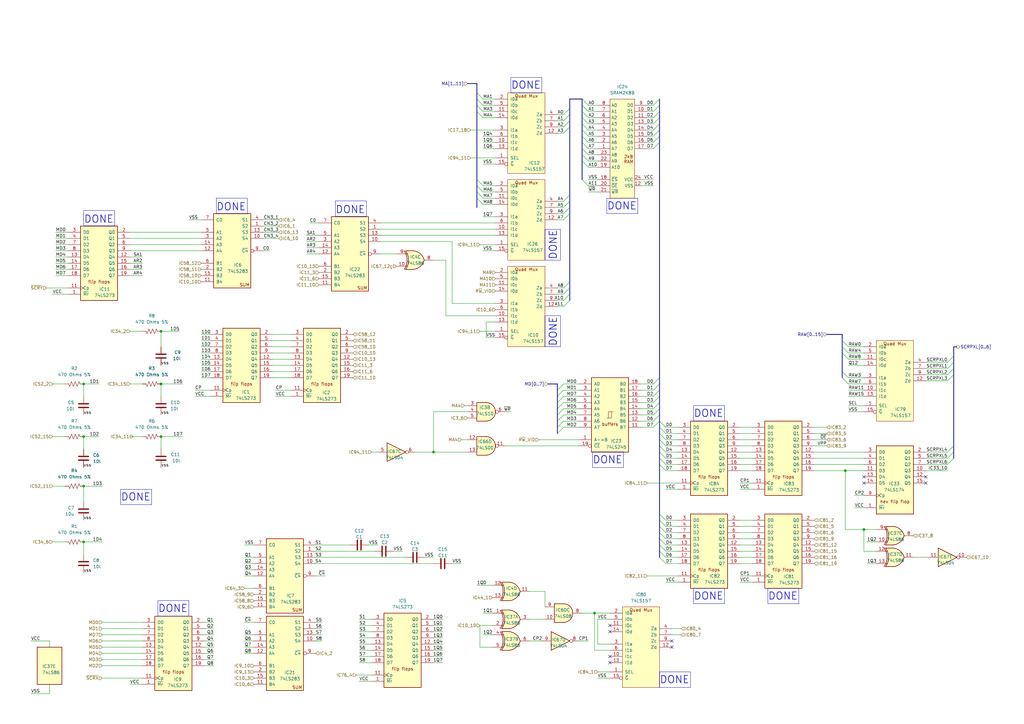
<source format=kicad_sch>
(kicad_sch (version 20231120) (generator "eeschema") (generator_version "8.0")
  (paper "A3")
  (title_block (title "Scroll RAM") (company "JOTEGO"))
  (junction (at 354.33 217.17))
  (junction (at 66.04 157.48))
  (junction (at 66.04 135.89))
  (junction (at 34.29 179.07))
  (junction (at 177.8 185.42))
  (junction (at 34.29 222.25))
  (junction (at 66.04 179.07))
  (junction (at 34.29 157.48))
  (junction (at 243.84 251.46))
  (junction (at 346.71 193.04))
  (junction (at 34.29 199.39))
  (no_connect (at 250.19 271.78))
  (no_connect (at 250.19 256.54))
  (no_connect (at 250.19 269.24))
  (no_connect (at 275.59 262.89))
  (no_connect (at 354.33 195.58))
  (no_connect (at 275.59 265.43))
  (no_connect (at 354.33 198.12))
  (no_connect (at 379.73 198.12))
  (no_connect (at 250.19 259.08))
  (no_connect (at 379.73 195.58))
  (bus_entry (at 267.97 170.18) (size 2.54 -2.54))
  (bus_entry (at 231.14 82.55) (size 2.54 -2.54))
  (bus_entry (at 228.6 170.18) (size 2.54 -2.54))
  (bus_entry (at 195.58 38.1) (size 2.54 2.54))
  (bus_entry (at 195.58 76.2) (size 2.54 2.54))
  (bus_entry (at 267.97 53.34) (size 2.54 -2.54))
  (bus_entry (at 267.97 55.88) (size 2.54 -2.54))
  (bus_entry (at 388.62 151.13) (size 2.54 -2.54))
  (bus_entry (at 270.51 228.6) (size 2.54 2.54))
  (bus_entry (at 228.6 167.64) (size 2.54 -2.54))
  (bus_entry (at 241.3 66.04) (size -2.54 -2.54))
  (bus_entry (at 270.51 215.9) (size 2.54 2.54))
  (bus_entry (at 267.97 165.1) (size 2.54 -2.54))
  (bus_entry (at 388.62 185.42) (size 2.54 -2.54))
  (bus_entry (at 270.51 182.88) (size 2.54 2.54))
  (bus_entry (at 241.3 58.42) (size -2.54 -2.54))
  (bus_entry (at 228.6 160.02) (size 2.54 -2.54))
  (bus_entry (at 195.58 73.66) (size 2.54 2.54))
  (bus_entry (at 228.6 162.56) (size 2.54 -2.54))
  (bus_entry (at 270.51 213.36) (size 2.54 2.54))
  (bus_entry (at 267.97 43.18) (size 2.54 -2.54))
  (bus_entry (at 195.58 40.64) (size 2.54 2.54))
  (bus_entry (at 231.14 49.53) (size 2.54 -2.54))
  (bus_entry (at 270.51 172.72) (size 2.54 2.54))
  (bus_entry (at 270.51 180.34) (size 2.54 2.54))
  (bus_entry (at 388.62 153.67) (size 2.54 -2.54))
  (bus_entry (at 241.3 76.2) (size -2.54 -2.54))
  (bus_entry (at 267.97 167.64) (size 2.54 -2.54))
  (bus_entry (at 267.97 172.72) (size 2.54 -2.54))
  (bus_entry (at 267.97 48.26) (size 2.54 -2.54))
  (bus_entry (at 345.44 152.4) (size 2.54 2.54))
  (bus_entry (at 241.3 60.96) (size -2.54 -2.54))
  (bus_entry (at 345.44 144.78) (size 2.54 2.54))
  (bus_entry (at 228.6 175.26) (size 2.54 -2.54))
  (bus_entry (at 231.14 52.07) (size 2.54 -2.54))
  (bus_entry (at 228.6 172.72) (size 2.54 -2.54))
  (bus_entry (at 241.3 63.5) (size -2.54 -2.54))
  (bus_entry (at 231.14 123.19) (size 2.54 -2.54))
  (bus_entry (at 228.6 177.8) (size 2.54 -2.54))
  (bus_entry (at 241.3 48.26) (size -2.54 -2.54))
  (bus_entry (at 267.97 60.96) (size 2.54 -2.54))
  (bus_entry (at 195.58 78.74) (size 2.54 2.54))
  (bus_entry (at 345.44 139.7) (size 2.54 2.54))
  (bus_entry (at 345.44 142.24) (size 2.54 2.54))
  (bus_entry (at 388.62 156.21) (size 2.54 -2.54))
  (bus_entry (at 195.58 43.18) (size 2.54 2.54))
  (bus_entry (at 231.14 125.73) (size 2.54 -2.54))
  (bus_entry (at 270.51 190.5) (size 2.54 2.54))
  (bus_entry (at 231.14 118.11) (size 2.54 -2.54))
  (bus_entry (at 267.97 157.48) (size 2.54 -2.54))
  (bus_entry (at 267.97 162.56) (size 2.54 -2.54))
  (bus_entry (at 270.51 226.06) (size 2.54 2.54))
  (bus_entry (at 241.3 55.88) (size -2.54 -2.54))
  (bus_entry (at 231.14 46.99) (size 2.54 -2.54))
  (bus_entry (at 345.44 154.94) (size 2.54 2.54))
  (bus_entry (at 241.3 50.8) (size -2.54 -2.54))
  (bus_entry (at 231.14 85.09) (size 2.54 -2.54))
  (bus_entry (at 388.62 190.5) (size 2.54 -2.54))
  (bus_entry (at 241.3 53.34) (size -2.54 -2.54))
  (bus_entry (at 270.51 210.82) (size 2.54 2.54))
  (bus_entry (at 270.51 218.44) (size 2.54 2.54))
  (bus_entry (at 241.3 45.72) (size -2.54 -2.54))
  (bus_entry (at 270.51 185.42) (size 2.54 2.54))
  (bus_entry (at 231.14 54.61) (size 2.54 -2.54))
  (bus_entry (at 267.97 160.02) (size 2.54 -2.54))
  (bus_entry (at 270.51 223.52) (size 2.54 2.54))
  (bus_entry (at 231.14 90.17) (size 2.54 -2.54))
  (bus_entry (at 195.58 45.72) (size 2.54 2.54))
  (bus_entry (at 241.3 68.58) (size -2.54 -2.54))
  (bus_entry (at 228.6 165.1) (size 2.54 -2.54))
  (bus_entry (at 270.51 220.98) (size 2.54 2.54))
  (bus_entry (at 267.97 175.26) (size 2.54 -2.54))
  (bus_entry (at 267.97 45.72) (size 2.54 -2.54))
  (bus_entry (at 195.58 81.28) (size 2.54 2.54))
  (bus_entry (at 388.62 187.96) (size 2.54 -2.54))
  (bus_entry (at 241.3 43.18) (size -2.54 -2.54))
  (bus_entry (at 270.51 177.8) (size 2.54 2.54))
  (bus_entry (at 267.97 50.8) (size 2.54 -2.54))
  (bus_entry (at 388.62 148.59) (size 2.54 -2.54))
  (bus_entry (at 270.51 175.26) (size 2.54 2.54))
  (bus_entry (at 267.97 58.42) (size 2.54 -2.54))
  (bus_entry (at 231.14 120.65) (size 2.54 -2.54))
  (bus_entry (at 270.51 187.96) (size 2.54 2.54))
  (bus_entry (at 231.14 87.63) (size 2.54 -2.54))
  (wire (pts (xy 388.62 148.59) (xy 379.73 148.59)))
  (bus (pts (xy 195.58 78.74) (xy 195.58 81.28)))
  (wire (pts (xy 41.91 255.27) (xy 58.42 255.27)))
  (bus (pts (xy 270.51 160.02) (xy 270.51 162.56)))
  (wire (pts (xy 111.76 137.16) (xy 119.38 137.16)))
  (wire (pts (xy 21.59 120.65) (xy 27.94 120.65)))
  (wire (pts (xy 58.42 107.95) (xy 53.34 107.95)))
  (wire (pts (xy 147.32 256.54) (xy 152.4 256.54)))
  (wire (pts (xy 245.11 264.16) (xy 245.11 254)))
  (bus (pts (xy 228.6 167.64) (xy 228.6 170.18)))
  (wire (pts (xy 265.43 236.22) (xy 278.13 236.22)))
  (wire (pts (xy 273.05 180.34) (xy 278.13 180.34)))
  (wire (pts (xy 231.14 49.53) (xy 228.6 49.53)))
  (wire (pts (xy 58.42 105.41) (xy 53.34 105.41)))
  (bus (pts (xy 270.51 48.26) (xy 270.51 50.8)))
  (wire (pts (xy 58.42 110.49) (xy 53.34 110.49)))
  (wire (pts (xy 231.14 123.19) (xy 228.6 123.19)))
  (wire (pts (xy 177.8 264.16) (xy 181.61 264.16)))
  (wire (pts (xy 125.73 96.52) (xy 130.81 96.52)))
  (bus (pts (xy 195.58 43.18) (xy 195.58 40.64)))
  (bus (pts (xy 233.68 44.45) (xy 233.68 40.64)))
  (wire (pts (xy 196.85 265.43) (xy 201.93 265.43)))
  (wire (pts (xy 41.91 262.89) (xy 58.42 262.89)))
  (wire (pts (xy 87.63 265.43) (xy 83.82 265.43)))
  (bus (pts (xy 238.76 60.96) (xy 238.76 58.42)))
  (wire (pts (xy 20.32 262.89) (xy 20.32 265.43)))
  (wire (pts (xy 125.73 101.6) (xy 130.81 101.6)))
  (bus (pts (xy 270.51 213.36) (xy 270.51 215.9)))
  (wire (pts (xy 267.97 167.64) (xy 262.89 167.64)))
  (wire (pts (xy 58.42 113.03) (xy 53.34 113.03)))
  (bus (pts (xy 391.16 142.24) (xy 391.16 146.05)))
  (bus (pts (xy 270.51 165.1) (xy 270.51 167.64)))
  (wire (pts (xy 198.12 76.2) (xy 203.2 76.2)))
  (wire (pts (xy 308.61 223.52) (xy 303.53 223.52)))
  (bus (pts (xy 238.76 58.42) (xy 238.76 55.88)))
  (bus (pts (xy 228.6 157.48) (xy 228.6 160.02)))
  (wire (pts (xy 34.29 157.48) (xy 34.29 162.56)))
  (bus (pts (xy 391.16 148.59) (xy 391.16 151.13)))
  (wire (pts (xy 147.32 259.08) (xy 152.4 259.08)))
  (bus (pts (xy 233.68 123.19) (xy 233.68 120.65)))
  (wire (pts (xy 190.5 166.37) (xy 191.77 166.37)))
  (wire (pts (xy 58.42 135.89) (xy 53.34 135.89)))
  (wire (pts (xy 34.29 222.25) (xy 41.91 222.25)))
  (wire (pts (xy 273.05 228.6) (xy 278.13 228.6)))
  (wire (pts (xy 308.61 220.98) (xy 303.53 220.98)))
  (wire (pts (xy 198.12 55.88) (xy 203.2 55.88)))
  (wire (pts (xy 303.53 236.22) (xy 308.61 236.22)))
  (wire (pts (xy 308.61 182.88) (xy 303.53 182.88)))
  (wire (pts (xy 231.14 120.65) (xy 228.6 120.65)))
  (wire (pts (xy 82.55 144.78) (xy 86.36 144.78)))
  (wire (pts (xy 267.97 43.18) (xy 265.43 43.18)))
  (bus (pts (xy 391.16 151.13) (xy 391.16 153.67)))
  (wire (pts (xy 82.55 139.7) (xy 86.36 139.7)))
  (wire (pts (xy 100.33 233.68) (xy 104.14 233.68)))
  (wire (pts (xy 147.32 264.16) (xy 152.4 264.16)))
  (wire (pts (xy 347.98 154.94) (xy 354.33 154.94)))
  (wire (pts (xy 198.12 260.35) (xy 201.93 260.35)))
  (wire (pts (xy 346.71 217.17) (xy 346.71 193.04)))
  (wire (pts (xy 347.98 144.78) (xy 354.33 144.78)))
  (wire (pts (xy 113.03 162.56) (xy 119.38 162.56)))
  (wire (pts (xy 241.3 58.42) (xy 245.11 58.42)))
  (wire (pts (xy 231.14 90.17) (xy 228.6 90.17)))
  (wire (pts (xy 203.2 124.46) (xy 185.42 124.46)))
  (wire (pts (xy 22.86 97.79) (xy 27.94 97.79)))
  (wire (pts (xy 308.61 185.42) (xy 303.53 185.42)))
  (bus (pts (xy 270.51 170.18) (xy 270.51 172.72)))
  (wire (pts (xy 388.62 151.13) (xy 379.73 151.13)))
  (wire (pts (xy 177.8 168.91) (xy 191.77 168.91)))
  (wire (pts (xy 273.05 220.98) (xy 278.13 220.98)))
  (wire (pts (xy 82.55 152.4) (xy 86.36 152.4)))
  (wire (pts (xy 308.61 190.5) (xy 303.53 190.5)))
  (wire (pts (xy 147.32 254) (xy 152.4 254)))
  (wire (pts (xy 267.97 58.42) (xy 265.43 58.42)))
  (wire (pts (xy 177.8 261.62) (xy 181.61 261.62)))
  (wire (pts (xy 147.32 266.7) (xy 152.4 266.7)))
  (bus (pts (xy 233.68 80.01) (xy 233.68 52.07)))
  (bus (pts (xy 270.51 182.88) (xy 270.51 185.42)))
  (bus (pts (xy 391.16 146.05) (xy 391.16 148.59)))
  (wire (pts (xy 111.76 152.4) (xy 119.38 152.4)))
  (wire (pts (xy 308.61 215.9) (xy 303.53 215.9)))
  (bus (pts (xy 233.68 49.53) (xy 233.68 46.99)))
  (wire (pts (xy 231.14 167.64) (xy 237.49 167.64)))
  (wire (pts (xy 334.01 193.04) (xy 346.71 193.04)))
  (bus (pts (xy 238.76 55.88) (xy 238.76 53.34)))
  (wire (pts (xy 308.61 177.8) (xy 303.53 177.8)))
  (wire (pts (xy 66.04 157.48) (xy 74.93 157.48)))
  (wire (pts (xy 185.42 99.06) (xy 156.21 99.06)))
  (wire (pts (xy 177.8 271.78) (xy 181.61 271.78)))
  (wire (pts (xy 156.21 91.44) (xy 203.2 91.44)))
  (bus (pts (xy 238.76 48.26) (xy 238.76 45.72)))
  (wire (pts (xy 66.04 179.07) (xy 66.04 184.15)))
  (wire (pts (xy 132.08 257.81) (xy 129.54 257.81)))
  (bus (pts (xy 228.6 165.1) (xy 228.6 167.64)))
  (wire (pts (xy 308.61 213.36) (xy 303.53 213.36)))
  (wire (pts (xy 354.33 217.17) (xy 346.71 217.17)))
  (wire (pts (xy 308.61 193.04) (xy 303.53 193.04)))
  (wire (pts (xy 87.63 262.89) (xy 83.82 262.89)))
  (wire (pts (xy 267.97 50.8) (xy 265.43 50.8)))
  (bus (pts (xy 270.51 167.64) (xy 270.51 170.18)))
  (wire (pts (xy 354.33 187.96) (xy 334.01 187.96)))
  (bus (pts (xy 391.16 182.88) (xy 391.16 153.67)))
  (wire (pts (xy 133.35 236.22) (xy 129.54 236.22)))
  (bus (pts (xy 191.77 34.29) (xy 195.58 34.29)))
  (wire (pts (xy 147.32 271.78) (xy 152.4 271.78)))
  (wire (pts (xy 66.04 157.48) (xy 66.04 162.56)))
  (wire (pts (xy 267.97 55.88) (xy 265.43 55.88)))
  (wire (pts (xy 22.86 107.95) (xy 27.94 107.95)))
  (wire (pts (xy 100.33 262.89) (xy 104.14 262.89)))
  (wire (pts (xy 114.3 92.71) (xy 107.95 92.71)))
  (wire (pts (xy 308.61 180.34) (xy 303.53 180.34)))
  (wire (pts (xy 381 228.6) (xy 374.65 228.6)))
  (wire (pts (xy 231.14 165.1) (xy 237.49 165.1)))
  (wire (pts (xy 146.05 276.86) (xy 152.4 276.86)))
  (wire (pts (xy 237.49 182.88) (xy 207.01 182.88)))
  (bus (pts (xy 195.58 45.72) (xy 195.58 73.66)))
  (wire (pts (xy 165.1 226.06) (xy 161.29 226.06)))
  (wire (pts (xy 114.3 95.25) (xy 107.95 95.25)))
  (wire (pts (xy 198.12 48.26) (xy 203.2 48.26)))
  (wire (pts (xy 129.54 226.06) (xy 153.67 226.06)))
  (bus (pts (xy 233.68 120.65) (xy 233.68 118.11)))
  (wire (pts (xy 209.55 168.91) (xy 207.01 168.91)))
  (bus (pts (xy 270.51 180.34) (xy 270.51 182.88)))
  (bus (pts (xy 270.51 185.42) (xy 270.51 187.96)))
  (bus (pts (xy 345.44 154.94) (xy 345.44 152.4)))
  (wire (pts (xy 279.4 257.81) (xy 275.59 257.81)))
  (wire (pts (xy 273.05 182.88) (xy 278.13 182.88)))
  (bus (pts (xy 270.51 40.64) (xy 270.51 43.18)))
  (wire (pts (xy 189.23 180.34) (xy 191.77 180.34)))
  (wire (pts (xy 53.34 280.67) (xy 58.42 280.67)))
  (wire (pts (xy 41.91 257.81) (xy 58.42 257.81)))
  (wire (pts (xy 355.6 222.25) (xy 359.41 222.25)))
  (wire (pts (xy 82.55 149.86) (xy 86.36 149.86)))
  (bus (pts (xy 391.16 187.96) (xy 391.16 185.42)))
  (wire (pts (xy 267.97 76.2) (xy 262.89 76.2)))
  (wire (pts (xy 34.29 157.48) (xy 40.64 157.48)))
  (bus (pts (xy 238.76 73.66) (xy 238.76 66.04)))
  (bus (pts (xy 391.16 185.42) (xy 391.16 182.88)))
  (bus (pts (xy 270.51 172.72) (xy 270.51 175.26)))
  (wire (pts (xy 156.21 104.14) (xy 162.56 104.14)))
  (wire (pts (xy 231.14 82.55) (xy 228.6 82.55)))
  (wire (pts (xy 339.09 175.26) (xy 334.01 175.26)))
  (wire (pts (xy 111.76 154.94) (xy 119.38 154.94)))
  (wire (pts (xy 41.91 270.51) (xy 58.42 270.51)))
  (wire (pts (xy 267.97 160.02) (xy 262.89 160.02)))
  (wire (pts (xy 245.11 278.13) (xy 250.19 278.13)))
  (wire (pts (xy 223.52 254) (xy 217.17 254)))
  (wire (pts (xy 267.97 60.96) (xy 265.43 60.96)))
  (wire (pts (xy 132.08 262.89) (xy 129.54 262.89)))
  (wire (pts (xy 80.01 160.02) (xy 86.36 160.02)))
  (wire (pts (xy 241.3 53.34) (xy 245.11 53.34)))
  (bus (pts (xy 270.51 58.42) (xy 270.51 154.94)))
  (wire (pts (xy 147.32 279.4) (xy 152.4 279.4)))
  (wire (pts (xy 303.53 198.12) (xy 308.61 198.12)))
  (wire (pts (xy 267.97 73.66) (xy 262.89 73.66)))
  (wire (pts (xy 354.33 185.42) (xy 334.01 185.42)))
  (bus (pts (xy 391.16 142.24) (xy 392.43 142.24)))
  (wire (pts (xy 111.76 144.78) (xy 119.38 144.78)))
  (wire (pts (xy 273.05 231.14) (xy 278.13 231.14)))
  (wire (pts (xy 100.33 241.3) (xy 104.14 241.3)))
  (wire (pts (xy 354.33 190.5) (xy 334.01 190.5)))
  (wire (pts (xy 245.11 275.59) (xy 250.19 275.59)))
  (wire (pts (xy 53.34 179.07) (xy 58.42 179.07)))
  (wire (pts (xy 193.04 64.77) (xy 203.2 64.77)))
  (bus (pts (xy 238.76 63.5) (xy 238.76 60.96)))
  (wire (pts (xy 308.61 218.44) (xy 303.53 218.44)))
  (bus (pts (xy 345.44 144.78) (xy 345.44 142.24)))
  (wire (pts (xy 100.33 228.6) (xy 104.14 228.6)))
  (wire (pts (xy 355.6 231.14) (xy 359.41 231.14)))
  (wire (pts (xy 267.97 157.48) (xy 262.89 157.48)))
  (wire (pts (xy 267.97 175.26) (xy 262.89 175.26)))
  (wire (pts (xy 265.43 198.12) (xy 278.13 198.12)))
  (wire (pts (xy 241.3 63.5) (xy 245.11 63.5)))
  (bus (pts (xy 270.51 215.9) (xy 270.51 218.44)))
  (bus (pts (xy 270.51 43.18) (xy 270.51 45.72)))
  (wire (pts (xy 34.29 222.25) (xy 34.29 227.33)))
  (wire (pts (xy 170.18 185.42) (xy 177.8 185.42)))
  (wire (pts (xy 273.05 200.66) (xy 278.13 200.66)))
  (wire (pts (xy 41.91 265.43) (xy 58.42 265.43)))
  (wire (pts (xy 114.3 90.17) (xy 107.95 90.17)))
  (bus (pts (xy 233.68 46.99) (xy 233.68 44.45)))
  (wire (pts (xy 231.14 157.48) (xy 237.49 157.48)))
  (wire (pts (xy 185.42 124.46) (xy 185.42 99.06)))
  (wire (pts (xy 347.98 168.91) (xy 354.33 168.91)))
  (wire (pts (xy 198.12 45.72) (xy 203.2 45.72)))
  (wire (pts (xy 241.3 60.96) (xy 245.11 60.96)))
  (wire (pts (xy 34.29 199.39) (xy 41.91 199.39)))
  (bus (pts (xy 270.51 154.94) (xy 270.51 157.48)))
  (wire (pts (xy 303.53 238.76) (xy 308.61 238.76)))
  (wire (pts (xy 83.82 255.27) (xy 87.63 255.27)))
  (wire (pts (xy 20.32 280.67) (xy 20.32 284.48)))
  (wire (pts (xy 231.14 125.73) (xy 228.6 125.73)))
  (bus (pts (xy 195.58 45.72) (xy 195.58 43.18)))
  (wire (pts (xy 267.97 53.34) (xy 265.43 53.34)))
  (wire (pts (xy 22.86 100.33) (xy 27.94 100.33)))
  (wire (pts (xy 177.8 185.42) (xy 191.77 185.42)))
  (wire (pts (xy 231.14 85.09) (xy 228.6 85.09)))
  (wire (pts (xy 22.86 105.41) (xy 27.94 105.41)))
  (bus (pts (xy 270.51 218.44) (xy 270.51 220.98)))
  (wire (pts (xy 273.05 215.9) (xy 278.13 215.9)))
  (bus (pts (xy 345.44 139.7) (xy 345.44 137.16)))
  (wire (pts (xy 241.3 262.89) (xy 237.49 262.89)))
  (wire (pts (xy 388.62 156.21) (xy 379.73 156.21)))
  (wire (pts (xy 147.32 261.62) (xy 152.4 261.62)))
  (wire (pts (xy 196.85 100.33) (xy 203.2 100.33)))
  (wire (pts (xy 267.97 170.18) (xy 262.89 170.18)))
  (wire (pts (xy 198.12 67.31) (xy 203.2 67.31)))
  (wire (pts (xy 273.05 193.04) (xy 278.13 193.04)))
  (wire (pts (xy 147.32 269.24) (xy 152.4 269.24)))
  (wire (pts (xy 350.52 203.2) (xy 354.33 203.2)))
  (wire (pts (xy 196.85 135.89) (xy 203.2 135.89)))
  (wire (pts (xy 273.05 177.8) (xy 278.13 177.8)))
  (wire (pts (xy 198.12 60.96) (xy 203.2 60.96)))
  (bus (pts (xy 228.6 157.48) (xy 224.79 157.48)))
  (wire (pts (xy 66.04 135.89) (xy 73.66 135.89)))
  (wire (pts (xy 100.33 231.14) (xy 104.14 231.14)))
  (wire (pts (xy 339.09 182.88) (xy 334.01 182.88)))
  (bus (pts (xy 270.51 157.48) (xy 270.51 160.02)))
  (wire (pts (xy 231.14 162.56) (xy 237.49 162.56)))
  (wire (pts (xy 53.34 102.87) (xy 82.55 102.87)))
  (wire (pts (xy 231.14 160.02) (xy 237.49 160.02)))
  (bus (pts (xy 195.58 76.2) (xy 195.58 78.74)))
  (wire (pts (xy 100.33 223.52) (xy 104.14 223.52)))
  (wire (pts (xy 189.23 231.14) (xy 185.42 231.14)))
  (wire (pts (xy 245.11 264.16) (xy 250.19 264.16)))
  (wire (pts (xy 388.62 187.96) (xy 379.73 187.96)))
  (wire (pts (xy 388.62 153.67) (xy 379.73 153.67)))
  (wire (pts (xy 82.55 147.32) (xy 86.36 147.32)))
  (wire (pts (xy 231.14 175.26) (xy 237.49 175.26)))
  (wire (pts (xy 100.33 267.97) (xy 104.14 267.97)))
  (bus (pts (xy 345.44 137.16) (xy 339.09 137.16)))
  (bus (pts (xy 238.76 43.18) (xy 238.76 40.64)))
  (wire (pts (xy 196.85 256.54) (xy 196.85 265.43)))
  (wire (pts (xy 279.4 260.35) (xy 275.59 260.35)))
  (wire (pts (xy 125.73 99.06) (xy 130.81 99.06)))
  (wire (pts (xy 347.98 157.48) (xy 354.33 157.48)))
  (wire (pts (xy 22.86 95.25) (xy 27.94 95.25)))
  (wire (pts (xy 243.84 251.46) (xy 250.19 251.46)))
  (wire (pts (xy 222.25 262.89) (xy 217.17 262.89)))
  (wire (pts (xy 231.14 87.63) (xy 228.6 87.63)))
  (wire (pts (xy 267.97 172.72) (xy 262.89 172.72)))
  (wire (pts (xy 199.39 138.43) (xy 203.2 138.43)))
  (wire (pts (xy 87.63 260.35) (xy 83.82 260.35)))
  (wire (pts (xy 243.84 266.7) (xy 243.84 251.46)))
  (bus (pts (xy 195.58 38.1) (xy 195.58 34.29)))
  (wire (pts (xy 193.04 53.34) (xy 203.2 53.34)))
  (wire (pts (xy 198.12 88.9) (xy 203.2 88.9)))
  (wire (pts (xy 308.61 231.14) (xy 303.53 231.14)))
  (bus (pts (xy 270.51 53.34) (xy 270.51 55.88)))
  (wire (pts (xy 34.29 179.07) (xy 40.64 179.07)))
  (bus (pts (xy 270.51 223.52) (xy 270.51 226.06)))
  (wire (pts (xy 231.14 46.99) (xy 228.6 46.99)))
  (wire (pts (xy 77.47 90.17) (xy 82.55 90.17)))
  (wire (pts (xy 111.76 142.24) (xy 119.38 142.24)))
  (wire (pts (xy 156.21 96.52) (xy 203.2 96.52)))
  (wire (pts (xy 267.97 48.26) (xy 265.43 48.26)))
  (wire (pts (xy 177.8 228.6) (xy 173.99 228.6)))
  (wire (pts (xy 339.09 177.8) (xy 334.01 177.8)))
  (wire (pts (xy 347.98 149.86) (xy 354.33 149.86)))
  (bus (pts (xy 233.68 40.64) (xy 238.76 40.64)))
  (wire (pts (xy 111.76 147.32) (xy 119.38 147.32)))
  (wire (pts (xy 66.04 179.07) (xy 74.93 179.07)))
  (wire (pts (xy 152.4 185.42) (xy 154.94 185.42)))
  (wire (pts (xy 308.61 175.26) (xy 303.53 175.26)))
  (wire (pts (xy 12.7 262.89) (xy 20.32 262.89)))
  (bus (pts (xy 233.68 52.07) (xy 233.68 49.53)))
  (wire (pts (xy 303.53 200.66) (xy 308.61 200.66)))
  (wire (pts (xy 346.71 193.04) (xy 354.33 193.04)))
  (wire (pts (xy 198.12 81.28) (xy 203.2 81.28)))
  (wire (pts (xy 273.05 226.06) (xy 278.13 226.06)))
  (wire (pts (xy 223.52 248.92) (xy 223.52 242.57)))
  (wire (pts (xy 273.05 238.76) (xy 278.13 238.76)))
  (bus (pts (xy 228.6 160.02) (xy 228.6 162.56)))
  (wire (pts (xy 26.67 199.39) (xy 21.59 199.39)))
  (wire (pts (xy 203.2 132.08) (xy 199.39 132.08)))
  (bus (pts (xy 238.76 50.8) (xy 238.76 48.26)))
  (wire (pts (xy 198.12 251.46) (xy 201.93 251.46)))
  (wire (pts (xy 273.05 213.36) (xy 278.13 213.36)))
  (wire (pts (xy 267.97 45.72) (xy 265.43 45.72)))
  (wire (pts (xy 354.33 217.17) (xy 354.33 226.06)))
  (bus (pts (xy 345.44 142.24) (xy 345.44 139.7)))
  (wire (pts (xy 22.86 102.87) (xy 27.94 102.87)))
  (bus (pts (xy 195.58 40.64) (xy 195.58 38.1)))
  (wire (pts (xy 195.58 240.03) (xy 201.93 240.03)))
  (wire (pts (xy 113.03 160.02) (xy 119.38 160.02)))
  (wire (pts (xy 231.14 172.72) (xy 237.49 172.72)))
  (wire (pts (xy 177.8 168.91) (xy 177.8 185.42)))
  (wire (pts (xy 129.54 231.14) (xy 177.8 231.14)))
  (wire (pts (xy 388.62 193.04) (xy 379.73 193.04)))
  (wire (pts (xy 82.55 154.94) (xy 86.36 154.94)))
  (wire (pts (xy 273.05 218.44) (xy 278.13 218.44)))
  (wire (pts (xy 34.29 179.07) (xy 34.29 184.15)))
  (wire (pts (xy 177.8 266.7) (xy 181.61 266.7)))
  (wire (pts (xy 111.76 149.86) (xy 119.38 149.86)))
  (wire (pts (xy 198.12 58.42) (xy 203.2 58.42)))
  (wire (pts (xy 21.59 222.25) (xy 26.67 222.25)))
  (bus (pts (xy 228.6 172.72) (xy 228.6 175.26)))
  (wire (pts (xy 245.11 254) (xy 250.19 254)))
  (wire (pts (xy 241.3 76.2) (xy 245.11 76.2)))
  (wire (pts (xy 220.98 180.34) (xy 237.49 180.34)))
  (wire (pts (xy 241.3 48.26) (xy 245.11 48.26)))
  (bus (pts (xy 233.68 115.57) (xy 233.68 87.63)))
  (wire (pts (xy 267.97 165.1) (xy 262.89 165.1)))
  (wire (pts (xy 82.55 142.24) (xy 86.36 142.24)))
  (wire (pts (xy 347.98 142.24) (xy 354.33 142.24)))
  (wire (pts (xy 308.61 187.96) (xy 303.53 187.96)))
  (wire (pts (xy 82.55 137.16) (xy 86.36 137.16)))
  (wire (pts (xy 177.8 256.54) (xy 181.61 256.54)))
  (wire (pts (xy 354.33 217.17) (xy 359.41 217.17)))
  (wire (pts (xy 308.61 226.06) (xy 303.53 226.06)))
  (wire (pts (xy 100.33 255.27) (xy 104.14 255.27)))
  (bus (pts (xy 228.6 162.56) (xy 228.6 165.1)))
  (wire (pts (xy 34.29 199.39) (xy 34.29 205.74)))
  (wire (pts (xy 201.93 256.54) (xy 196.85 256.54)))
  (wire (pts (xy 238.76 251.46) (xy 243.84 251.46)))
  (wire (pts (xy 347.98 160.02) (xy 354.33 160.02)))
  (wire (pts (xy 87.63 267.97) (xy 83.82 267.97)))
  (wire (pts (xy 273.05 187.96) (xy 278.13 187.96)))
  (bus (pts (xy 238.76 66.04) (xy 238.76 63.5)))
  (wire (pts (xy 53.34 95.25) (xy 82.55 95.25)))
  (wire (pts (xy 177.8 254) (xy 181.61 254)))
  (wire (pts (xy 241.3 73.66) (xy 245.11 73.66)))
  (wire (pts (xy 231.14 170.18) (xy 237.49 170.18)))
  (wire (pts (xy 12.7 284.48) (xy 20.32 284.48)))
  (wire (pts (xy 241.3 66.04) (xy 245.11 66.04)))
  (bus (pts (xy 238.76 53.34) (xy 238.76 50.8)))
  (bus (pts (xy 270.51 226.06) (xy 270.51 228.6)))
  (wire (pts (xy 388.62 190.5) (xy 379.73 190.5)))
  (wire (pts (xy 273.05 190.5) (xy 278.13 190.5)))
  (wire (pts (xy 223.52 242.57) (xy 217.17 242.57)))
  (wire (pts (xy 354.33 226.06) (xy 359.41 226.06)))
  (wire (pts (xy 350.52 208.28) (xy 354.33 208.28)))
  (wire (pts (xy 53.34 100.33) (xy 82.55 100.33)))
  (wire (pts (xy 339.09 180.34) (xy 334.01 180.34)))
  (bus (pts (xy 270.51 55.88) (xy 270.51 58.42)))
  (wire (pts (xy 241.3 68.58) (xy 245.11 68.58)))
  (wire (pts (xy 347.98 162.56) (xy 354.33 162.56)))
  (wire (pts (xy 100.33 236.22) (xy 104.14 236.22)))
  (wire (pts (xy 100.33 265.43) (xy 104.14 265.43)))
  (bus (pts (xy 270.51 175.26) (xy 270.51 177.8)))
  (bus (pts (xy 233.68 118.11) (xy 233.68 115.57)))
  (bus (pts (xy 270.51 177.8) (xy 270.51 180.34)))
  (wire (pts (xy 177.8 259.08) (xy 181.61 259.08)))
  (wire (pts (xy 66.04 135.89) (xy 66.04 142.24)))
  (wire (pts (xy 87.63 257.81) (xy 83.82 257.81)))
  (wire (pts (xy 198.12 102.87) (xy 203.2 102.87)))
  (bus (pts (xy 228.6 175.26) (xy 228.6 177.8)))
  (bus (pts (xy 270.51 220.98) (xy 270.51 223.52)))
  (bus (pts (xy 238.76 45.72) (xy 238.76 43.18)))
  (wire (pts (xy 273.05 175.26) (xy 278.13 175.26)))
  (bus (pts (xy 233.68 85.09) (xy 233.68 82.55)))
  (wire (pts (xy 308.61 228.6) (xy 303.53 228.6)))
  (wire (pts (xy 177.8 106.68) (xy 182.88 106.68)))
  (wire (pts (xy 198.12 43.18) (xy 203.2 43.18)))
  (wire (pts (xy 241.3 55.88) (xy 245.11 55.88)))
  (bus (pts (xy 233.68 82.55) (xy 233.68 80.01)))
  (wire (pts (xy 41.91 267.97) (xy 58.42 267.97)))
  (wire (pts (xy 100.33 260.35) (xy 104.14 260.35)))
  (wire (pts (xy 129.54 223.52) (xy 143.51 223.52)))
  (bus (pts (xy 270.51 190.5) (xy 270.51 210.82)))
  (wire (pts (xy 129.54 228.6) (xy 166.37 228.6)))
  (wire (pts (xy 347.98 147.32) (xy 354.33 147.32)))
  (wire (pts (xy 241.3 45.72) (xy 245.11 45.72)))
  (wire (pts (xy 267.97 162.56) (xy 262.89 162.56)))
  (wire (pts (xy 127 91.44) (xy 130.81 91.44)))
  (wire (pts (xy 241.3 78.74) (xy 245.11 78.74)))
  (wire (pts (xy 41.91 278.13) (xy 58.42 278.13)))
  (wire (pts (xy 231.14 54.61) (xy 228.6 54.61)))
  (wire (pts (xy 231.14 118.11) (xy 228.6 118.11)))
  (wire (pts (xy 22.86 110.49) (xy 27.94 110.49)))
  (bus (pts (xy 195.58 81.28) (xy 195.58 85.09)))
  (wire (pts (xy 41.91 273.05) (xy 58.42 273.05)))
  (wire (pts (xy 199.39 132.08) (xy 199.39 138.43)))
  (wire (pts (xy 41.91 260.35) (xy 58.42 260.35)))
  (bus (pts (xy 270.51 210.82) (xy 270.51 213.36)))
  (wire (pts (xy 198.12 40.64) (xy 203.2 40.64)))
  (bus (pts (xy 270.51 45.72) (xy 270.51 48.26)))
  (wire (pts (xy 80.01 162.56) (xy 86.36 162.56)))
  (wire (pts (xy 53.34 97.79) (xy 82.55 97.79)))
  (wire (pts (xy 22.86 113.03) (xy 27.94 113.03)))
  (wire (pts (xy 182.88 106.68) (xy 182.88 129.54)))
  (wire (pts (xy 198.12 78.74) (xy 203.2 78.74)))
  (wire (pts (xy 53.34 157.48) (xy 58.42 157.48)))
  (wire (pts (xy 110.49 102.87) (xy 107.95 102.87)))
  (wire (pts (xy 198.12 83.82) (xy 203.2 83.82)))
  (bus (pts (xy 228.6 170.18) (xy 228.6 172.72)))
  (wire (pts (xy 231.14 52.07) (xy 228.6 52.07)))
  (bus (pts (xy 233.68 87.63) (xy 233.68 85.09)))
  (wire (pts (xy 21.59 179.07) (xy 26.67 179.07)))
  (wire (pts (xy 87.63 270.51) (xy 83.82 270.51)))
  (wire (pts (xy 177.8 269.24) (xy 181.61 269.24)))
  (wire (pts (xy 125.73 104.14) (xy 130.81 104.14)))
  (wire (pts (xy 87.63 273.05) (xy 83.82 273.05)))
  (wire (pts (xy 114.3 97.79) (xy 107.95 97.79)))
  (wire (pts (xy 132.08 255.27) (xy 129.54 255.27)))
  (wire (pts (xy 273.05 223.52) (xy 278.13 223.52)))
  (wire (pts (xy 21.59 157.48) (xy 26.67 157.48)))
  (wire (pts (xy 156.21 93.98) (xy 203.2 93.98)))
  (wire (pts (xy 241.3 43.18) (xy 245.11 43.18)))
  (wire (pts (xy 19.05 118.11) (xy 27.94 118.11)))
  (bus (pts (xy 270.51 162.56) (xy 270.51 165.1)))
  (bus (pts (xy 270.51 187.96) (xy 270.51 190.5)))
  (wire (pts (xy 132.08 260.35) (xy 129.54 260.35)))
  (bus (pts (xy 195.58 73.66) (xy 195.58 76.2)))
  (wire (pts (xy 250.19 266.7) (xy 243.84 266.7)))
  (wire (pts (xy 241.3 50.8) (xy 245.11 50.8)))
  (wire (pts (xy 388.62 185.42) (xy 379.73 185.42)))
  (wire (pts (xy 273.05 185.42) (xy 278.13 185.42)))
  (bus (pts (xy 270.51 50.8) (xy 270.51 53.34)))
  (wire (pts (xy 111.76 139.7) (xy 119.38 139.7)))
  (wire (pts (xy 154.94 223.52) (xy 151.13 223.52)))
  (bus (pts (xy 345.44 152.4) (xy 345.44 144.78)))
  (wire (pts (xy 182.88 129.54) (xy 203.2 129.54)))
  (wire (pts (xy 347.98 166.37) (xy 354.33 166.37)))
  (rectangle (start 284.48 166.37) (end 297.18 172.72) (fill (type color) (color 255 255 255 1)))
  (rectangle (start 150.241 88.773) (end 137.541 82.423) (fill (type color) (color 255 255 255 1)))
  (rectangle (start 243.0323 185.3946) (end 255.7323 191.7446) (fill (type color) (color 255 255 255 1)))
  (rectangle (start 101.3814 87.588) (end 88.6814 81.238) (fill (type color) (color 255 255 255 1)))
  (rectangle (start 270.51 275.59) (end 283.21 281.94) (fill (type color) (color 255 255 255 1)))
  (rectangle (start 49.53 200.66) (end 62.23 207.01) (fill (type color) (color 255 255 255 1)))
  (rectangle (start 209.55 31.75) (end 222.25 38.1) (fill (type color) (color 255 255 255 1)))
  (rectangle (start 314.96 241.3) (end 327.66 247.65) (fill (type color) (color 255 255 255 1)))
  (rectangle (start 248.92 81.28) (end 261.62 87.63) (fill (type color) (color 255 255 255 1)))
  (rectangle (start 223.52 106.68) (end 229.87 93.98) (fill (type color) (color 255 255 255 1)))
  (rectangle (start 223.52 142.24) (end 229.87 129.54) (fill (type color) (color 255 255 255 1)))
  (rectangle (start 284.48 241.3) (end 297.18 247.65) (fill (type color) (color 255 255 255 1)))
  (rectangle (start 64.77 246.38) (end 77.47 252.73) (fill (type color) (color 255 255 255 1)))
  (rectangle (start 47.0833 92.6807) (end 34.3833 86.3307) (fill (type color) (color 255 255 255 1)))
  (text "DONE" (at 149.86 87.884 0) (effects (font (size 3 3) (thickness 0.254) (bold yes)) (justify right bottom)))
  (text "DONE" (at 228.6 142.24 90) (effects (font (size 3 3) (thickness 0.254) (bold yes)) (justify left bottom)))
  (text "DONE" (at 49.53 205.74 0) (effects (font (size 3 3) (thickness 0.254) (bold yes)) (justify left bottom)))
  (text "DONE" (at 284.48 171.45 0) (effects (font (size 3 3) (thickness 0.254) (bold yes)) (justify left bottom)))
  (text "DONE" (at 101.0004 86.699 0) (effects (font (size 3 3) (thickness 0.254) (bold yes)) (justify right bottom)))
  (text "DONE" (at 314.96 246.38 0) (effects (font (size 3 3) (thickness 0.254) (bold yes)) (justify left bottom)))
  (text "DONE" (at 284.48 246.38 0) (effects (font (size 3 3) (thickness 0.254) (bold yes)) (justify left bottom)))
  (text "DONE" (at 64.77 251.46 0) (effects (font (size 3 3) (thickness 0.254) (bold yes)) (justify left bottom)))
  (text "DONE" (at 228.6 106.68 90) (effects (font (size 3 3) (thickness 0.254) (bold yes)) (justify left bottom)))
  (text "DONE" (at 270.51 280.67 0) (effects (font (size 3 3) (thickness 0.254) (bold yes)) (justify left bottom)))
  (text "DONE" (at 209.55 36.83 0) (effects (font (size 3 3) (thickness 0.254) (bold yes)) (justify left bottom)))
  (text "DONE" (at 248.92 86.36 0) (effects (font (size 3 3) (thickness 0.254) (bold yes)) (justify left bottom)))
  (text "DONE" (at 243.0323 190.4746 0) (effects (font (size 3 3) (thickness 0.254) (bold yes)) (justify left bottom)))
  (text "DONE" (at 46.7023 91.7917 0) (effects (font (size 3 3) (thickness 0.254) (bold yes)) (justify right bottom)))
  (label "1D0" (at 82.55 137.16 0))
  (label "Q7" (at 87.63 270.51 180))
  (label "D6" (at 273.05 228.6 0))
  (label "D3" (at 267.97 165.1 180))
  (label "1D4" (at 82.55 147.32 0))
  (label "D6" (at 267.97 58.42 180))
  (label "A9" (at 231.14 120.65 180))
  (label "Q6" (at 100.33 262.89 0))
  (label "D3" (at 267.97 50.8 180))
  (label "MD1" (at 22.86 97.79 0))
  (label "IC33_10" (at 388.62 193.04 180))
  (label "SCRPXL1" (at 388.62 151.13 180))
  (label "1Q3" (at 355.6 231.14 0))
  (label "Q3" (at 87.63 260.35 180))
  (label "vss" (at 34.29 234.95 0))
  (label "VCC" (at 147.32 279.4 0))
  (label "Q5" (at 100.33 260.35 0))
  (label "AR3" (at 125.73 101.6 0))
  (label "D3" (at 273.05 182.88 0))
  (label "D0" (at 273.05 213.36 0))
  (label "1D6" (at 82.55 152.4 0))
  (label "1D6" (at 74.93 157.48 180))
  (label "S5" (at 147.32 264.16 0))
  (label "S3" (at 131.8963 228.6 180))
  (label "AR4" (at 125.73 104.14 0))
  (label "1Q1" (at 198.12 251.46 0))
  (label "MD6" (at 22.86 110.49 0))
  (label "CP1" (at 303.53 236.22 0))
  (label "VCC" (at 303.53 200.66 0))
  (label "VCC" (at 245.11 254 0))
  (label "MD6" (at 232.41 165.1 0))
  (label "S6" (at 147.32 266.7 0))
  (label "MD7" (at 22.86 113.03 0))
  (label "VSS" (at 198.12 67.31 0))
  (label "vss" (at 66.04 170.18 0))
  (label "A9" (at 241.3 66.04 0))
  (label "D6" (at 267.97 172.72 180))
  (label "1Q5" (at 181.61 266.7 180))
  (label "~{C4}" (at 100.33 255.27 0))
  (label "VSS" (at 199.39 138.43 0))
  (label "MD2" (at 232.41 175.26 0))
  (label "MD3" (at 232.41 172.72 0))
  (label "A2" (at 231.14 52.07 180))
  (label "VPP" (at 339.09 182.88 180))
  (label "MD2" (at 22.86 100.33 0))
  (label "A7" (at 231.14 90.17 180))
  (label "SA1" (at 125.73 96.52 0))
  (label "VSS" (at 267.97 76.2 180))
  (label "Q4" (at 87.63 262.89 180))
  (label "RAW3" (at 347.98 154.94 0))
  (label "SCRPXL2" (at 388.62 153.67 180))
  (label "A8" (at 241.3 63.5 0))
  (label "S8" (at 132.08 262.89 180))
  (label "MA4" (at 198.12 48.26 0))
  (label "A4" (at 241.3 53.34 0))
  (label "CP1" (at 241.3 262.89 180))
  (label "S5" (at 132.08 255.27 180))
  (label "~{OE}" (at 339.09 180.34 180))
  (label "Q2" (at 100.33 231.14 0))
  (label "A4" (at 231.14 82.55 180))
  (label "D6" (at 273.05 190.5 0))
  (label "AR3" (at 58.42 110.49 180))
  (label "VCC" (at 12.7 262.89 0))
  (label "vss" (at 66.04 149.86 0))
  (label "S4" (at 147.32 261.62 0))
  (label "vss" (at 66.04 191.77 0))
  (label "Q8" (at 100.33 267.97 0))
  (label "VSS" (at 177.8 228.6 180))
  (label "1Q1" (at 181.61 256.54 180))
  (label "~{WR}" (at 241.3 78.74 0))
  (label "A6" (at 231.14 87.63 180))
  (label "AR2" (at 58.42 107.95 180))
  (label "A5" (at 241.3 55.88 0))
  (label "A10" (at 231.14 123.19 180))
  (label "RAW4" (at 347.98 144.78 0))
  (label "D4" (at 267.97 167.64 180))
  (label "D2" (at 267.97 48.26 180))
  (label "A6" (at 241.3 58.42 0))
  (label "VSS" (at 100.33 223.52 0))
  (label "1D2" (at 82.55 142.24 0))
  (label "VCC" (at 53.34 280.67 0))
  (label "VSS" (at 12.7 284.48 0))
  (label "MD0" (at 22.86 95.25 0))
  (label "SCRPXL5" (at 388.62 187.96 180))
  (label "D5" (at 267.97 55.88 180))
  (label "C0" (at 110.49 102.87 180))
  (label "Q3" (at 100.33 233.68 0))
  (label "~{C4}" (at 133.35 236.22 180))
  (label "A2" (at 241.3 48.26 0))
  (label "Q8" (at 87.63 273.05 180))
  (label "vss" (at 34.29 213.36 0))
  (label "MA2" (at 198.12 43.18 0))
  (label "MD7" (at 232.41 162.56 0))
  (label "Q1" (at 100.33 228.6 0))
  (label "D2" (at 273.05 218.44 0))
  (label "RAW0" (at 347.98 142.24 0))
  (label "1Q4" (at 181.61 264.16 180))
  (label "D1" (at 267.97 45.72 180))
  (label "1Q0" (at 181.61 254 180))
  (label "CP2" (at 350.52 203.2 0))
  (label "A11" (at 231.14 125.73 180))
  (label "D4" (at 273.05 185.42 0))
  (label "D7" (at 273.05 231.14 0))
  (label "SCRPXL4" (at 388.62 185.42 180))
  (label "D1" (at 267.97 160.02 180))
  (label "VCC" (at 350.52 208.28 0))
  (label "A11" (at 241.3 76.2 0))
  (label "VSS" (at 77.47 90.17 0))
  (label "D4" (at 273.05 223.52 0))
  (label "D7" (at 267.97 175.26 180))
  (label "CN3_1" (at 114.3 90.17 180))
  (label "S1" (at 147.32 254 0))
  (label "S7" (at 147.32 269.24 0))
  (label "SCRPXL3" (at 388.62 156.21 180))
  (label "MA7" (at 198.12 81.28 0))
  (label "MA6" (at 198.12 78.74 0))
  (label "Q1" (at 87.63 255.27 180))
  (label "MD0" (at 232.41 157.48 0))
  (label "1D4" (at 41.91 222.25 180))
  (label "1Q7" (at 198.12 88.9 0))
  (label "AR4" (at 58.42 113.03 180))
  (label "~{WR}" (at 209.55 168.91 180))
  (label "Q12" (at 347.98 149.86 0))
  (label "VCC" (at 267.97 73.66 180))
  (label "MA3" (at 198.12 45.72 0))
  (label "1Q4" (at 198.12 55.88 0))
  (label "MD3" (at 22.86 102.87 0))
  (label "D1" (at 273.05 215.9 0))
  (label "A10" (at 241.3 68.58 0))
  (label "MD5" (at 232.41 167.64 0))
  (label "1Q2" (at 181.61 259.08 180))
  (label "A5" (at 231.14 85.09 180))
  (label "S3" (at 147.32 259.08 0))
  (label "MA5" (at 198.12 76.2 0))
  (label "VSS" (at 154.94 223.52 180))
  (label "VCC" (at 273.05 200.66 0))
  (label "MD1" (at 232.41 160.02 0))
  (label "A1" (at 231.14 49.53 180))
  (label "Q5" (at 87.63 265.43 180))
  (label "S6" (at 132.08 257.81 180))
  (label "MA1" (at 198.12 40.64 0))
  (label "1Q0" (at 195.58 240.03 0))
  (label "SCRPXL0" (at 388.62 148.59 180))
  (label "1D5" (at 73.66 135.89 180))
  (label "VSS" (at 198.12 102.87 0))
  (label "1D2" (at 40.64 179.07 180))
  (label "S4" (at 131.8963 231.14 180))
  (label "D5" (at 267.97 170.18 180))
  (label "RAW8" (at 347.98 147.32 0))
  (label "A0" (at 231.14 46.99 180))
  (label "D5" (at 273.05 226.06 0))
  (label "vss" (at 34.29 170.18 0))
  (label "1Q6" (at 181.61 269.24 180))
  (label "VSS" (at 245.11 278.13 0))
  (label "Q4" (at 100.33 236.22 0))
  (label "RAW11" (at 347.98 160.02 0))
  (label "CP2" (at 218.44 262.89 0))
  (label "1D1" (at 40.64 157.48 180))
  (label "A8" (at 231.14 118.11 180))
  (label "Q6" (at 87.63 267.97 180))
  (label "1D3" (at 41.91 199.39 180))
  (label "MA8" (at 198.12 83.82 0))
  (label "Q2" (at 87.63 257.81 180))
  (label "VSS" (at 165.1 226.06 180))
  (label "AR2" (at 125.73 99.06 0))
  (label "CN3_4" (at 114.3 97.79 180))
  (label "VCC" (at 273.05 238.76 0))
  (label "D1" (at 273.05 177.8 0))
  (label "C0" (at 127 91.44 0))
  (label "RAW7" (at 347.98 157.48 0))
  (label "VCC" (at 21.59 120.65 0))
  (label "1D7" (at 74.93 179.07 180))
  (label "VSS" (at 189.23 231.14 180))
  (label "1D1" (at 82.55 139.7 0))
  (label "RAW15" (at 347.98 162.56 0))
  (label "VSS" (at 241.3 73.66 0))
  (label "S2" (at 131.8963 226.06 180))
  (label "S2" (at 147.32 256.54 0))
  (label "VCC" (at 303.53 238.76 0))
  (label "VSS" (at 347.98 168.91 0))
  (label "A7" (at 241.3 60.96 0))
  (label "Q7" (at 100.33 265.43 0))
  (label "D5" (at 273.05 187.96 0))
  (label "VCC" (at 80.01 162.56 0))
  (label "CP1" (at 303.53 198.12 0))
  (label "CN3_3" (at 114.3 95.25 180))
  (label "D2" (at 273.05 180.34 0))
  (label "D7" (at 267.97 60.96 180))
  (label "CN3_2" (at 114.3 92.71 180))
  (label "1Q7" (at 181.61 271.78 180))
  (label "1Q2" (at 355.6 222.25 0))
  (label "D3" (at 273.05 220.98 0))
  (label "D7" (at 273.05 193.04 0))
  (label "D2" (at 267.97 162.56 180))
  (label "CP" (at 113.03 160.02 0))
  (label "vss" (at 34.29 191.77 0))
  (label "A1" (at 241.3 45.72 0))
  (label "S7" (at 132.08 260.35 180))
  (label "SA1" (at 58.42 105.41 180))
  (label "VCC" (at 113.03 162.56 0))
  (label "D4" (at 267.97 53.34 180))
  (label "1Q5" (at 198.12 58.42 0))
  (label "A3" (at 231.14 54.61 180))
  (label "S8" (at 147.32 271.78 0))
  (label "1Q2" (at 198.12 260.35 0))
  (label "1Q3" (at 181.61 261.62 180))
  (label "D0" (at 267.97 157.48 180))
  (label "1Q6" (at 198.12 60.96 0))
  (label "D0" (at 273.05 175.26 0))
  (label "SEL" (at 347.98 166.37 0))
  (label "S1" (at 131.8963 223.52 180))
  (label "CP" (at 80.01 160.02 0))
  (label "MD4" (at 22.86 105.41 0))
  (label "D0" (at 267.97 43.18 180))
  (label "1D5" (at 82.55 149.86 0))
  (label "MD5" (at 22.86 107.95 0))
  (label "1D7" (at 82.55 154.94 0))
  (label "MD4" (at 232.41 170.18 0))
  (label "SCRPXL6" (at 388.62 190.5 180))
  (label "A3" (at 241.3 50.8 0))
  (label "1D3" (at 82.55 144.78 0))
  (label "A0" (at 241.3 43.18 0))
  (hierarchical_label "IC11_10" (shape input) (at 130.81 116.84 180))
  (hierarchical_label "MA4" (shape input) (at 190.5 166.37 180))
  (hierarchical_label "IC6_1" (shape input) (at 114.3 92.71 0))
  (hierarchical_label "MD4" (shape input) (at 41.91 267.97 180))
  (hierarchical_label "IC64_3" (shape input) (at 100.33 241.3 180))
  (hierarchical_label "IC11_6" (shape input) (at 144.78 152.4 0))
  (hierarchical_label "IC76_4" (shape input) (at 146.05 276.86 180))
  (hierarchical_label "IC17_18" (shape input) (at 193.04 53.34 180))
  (hierarchical_label "IC52_15" (shape input) (at 21.59 179.07 180))
  (hierarchical_label "IC58_10" (shape input) (at 144.78 142.24 0))
  (hierarchical_label "IC84_11" (shape input) (at 265.43 198.12 180))
  (hierarchical_label "IC10_6" (shape input) (at 203.2 127 180))
  (hierarchical_label "IC6_10" (shape input) (at 114.3 97.79 0))
  (hierarchical_label "IC11_6" (shape input) (at 130.81 114.3 180))
  (hierarchical_label "IC81_9" (shape input) (at 334.01 220.98 0))
  (hierarchical_label "MA4" (shape input) (at 189.23 180.34 180))
  (hierarchical_label "MA9" (shape input) (at 203.2 111.76 180))
  (hierarchical_label "IC10_13" (shape input) (at 144.78 147.32 0))
  (hierarchical_label "MD6" (shape input) (at 41.91 262.89 180))
  (hierarchical_label "IC80_4" (shape input) (at 279.4 257.81 0))
  (hierarchical_label "IC84_1" (shape input) (at 245.11 275.59 180))
  (hierarchical_label "IC81_19" (shape input) (at 334.01 231.14 0))
  (hierarchical_label "IC11_3" (shape input) (at 130.81 111.76 180))
  (hierarchical_label "IC34_15" (shape input) (at 53.34 157.48 180))
  (hierarchical_label "IC58_11" (shape input) (at 82.55 110.49 180))
  (hierarchical_label "IC67_12ç" (shape input) (at 162.56 109.22 180))
  (hierarchical_label "R~{W}_VID" (shape input) (at 220.98 180.34 180))
  (hierarchical_label "IC10_3" (shape input) (at 104.14 278.13 180))
  (hierarchical_label "IC10_10" (shape input) (at 144.78 144.78 0))
  (hierarchical_label "MD0" (shape input) (at 41.91 255.27 180))
  (hierarchical_label "IC52_2" (shape input) (at 21.59 157.48 180))
  (hierarchical_label "IC58_12" (shape input) (at 82.55 107.95 180))
  (hierarchical_label "RAW[0..15]" (shape input) (at 339.09 137.16 180))
  (hierarchical_label "IC10_13" (shape input) (at 130.81 109.22 180))
  (hierarchical_label "IC58_12" (shape input) (at 144.78 137.16 0))
  (hierarchical_label "MA11" (shape input) (at 203.2 116.84 180))
  (hierarchical_label "~{SCRX}" (shape input) (at 41.91 278.13 180))
  (hierarchical_label "SCRPXL[0..6]" (shape output) (at 392.43 142.24 0))
  (hierarchical_label "IC37_8" (shape input) (at 374.65 219.71 0))
  (hierarchical_label "IC9_10" (shape input) (at 104.14 273.05 180))
  (hierarchical_label "IC82_11" (shape input) (at 265.43 236.22 180))
  (hierarchical_label "IC67_10" (shape input) (at 396.24 228.6 0))
  (hierarchical_label "IC83_2" (shape input) (at 339.09 175.26 0))
  (hierarchical_label "MD5" (shape input) (at 41.91 265.43 180))
  (hierarchical_label "IC81_6" (shape input) (at 334.01 218.44 0))
  (hierarchical_label "IC83_9" (shape input) (at 339.09 182.88 0))
  (hierarchical_label "IC3_6" (shape input) (at 191.77 171.45 180))
  (hierarchical_label "IC4_2" (shape input) (at 129.54 267.97 0))
  (hierarchical_label "IC10_10" (shape input) (at 196.85 256.54 180))
  (hierarchical_label "IC94_11" (shape input) (at 193.04 64.77 180))
  (hierarchical_label "IC44_1" (shape input) (at 201.93 245.11 180))
  (hierarchical_label "IC81_15" (shape input) (at 334.01 226.06 0))
  (hierarchical_label "MD1" (shape input) (at 41.91 257.81 180))
  (hierarchical_label "IC34_2" (shape input) (at 53.34 135.89 180))
  (hierarchical_label "IC81_2" (shape input) (at 334.01 213.36 0))
  (hierarchical_label "IC9_6" (shape input) (at 104.14 248.92 180))
  (hierarchical_label "MD[0..7]" (shape input) (at 224.79 157.48 180))
  (hierarchical_label "IC10_10" (shape input) (at 82.55 115.57 180))
  (hierarchical_label "IC83_5" (shape input) (at 339.09 177.8 0))
  (hierarchical_label "IC94_11" (shape input) (at 196.85 100.33 180))
  (hierarchical_label "IC83_6" (shape input) (at 339.09 180.34 0))
  (hierarchical_label "IC81_5" (shape input) (at 334.01 215.9 0))
  (hierarchical_label "IC58_9" (shape input) (at 104.14 243.84 180))
  (hierarchical_label "IC34_11" (shape input) (at 54.61 179.07 180))
  (hierarchical_label "IC58_11" (shape input) (at 144.78 139.7 0))
  (hierarchical_label "IC52_11" (shape input) (at 21.59 199.39 180))
  (hierarchical_label "IC58_10" (shape input) (at 82.55 113.03 180))
  (hierarchical_label "IC81_12" (shape input) (at 334.01 223.52 0))
  (hierarchical_label "~{SCRY}" (shape input) (at 19.05 118.11 180))
  (hierarchical_label "IC9_13" (shape input) (at 104.14 275.59 180))
  (hierarchical_label "IC58_8" (shape input) (at 104.14 246.38 180))
  (hierarchical_label "IC80_7" (shape input) (at 279.4 260.35 0))
  (hierarchical_label "IC6_4" (shape input) (at 114.3 90.17 0))
  (hierarchical_label "MD7" (shape input) (at 41.91 260.35 180))
  (hierarchical_label "MA10" (shape input) (at 203.2 114.3 180))
  (hierarchical_label "MD3" (shape input) (at 41.91 270.51 180))
  (hierarchical_label "IC34_6" (shape input) (at 21.59 222.25 180))
  (hierarchical_label "IC10_6" (shape input) (at 104.14 280.67 180))
  (hierarchical_label "IC11_10" (shape input) (at 144.78 154.94 0))
  (hierarchical_label "IC94_11" (shape input) (at 152.4 185.42 180))
  (hierarchical_label "IC81_16" (shape input) (at 334.01 228.6 0))
  (hierarchical_label "IC11_3" (shape input) (at 144.78 149.86 0))
  (hierarchical_label "MD2" (shape input) (at 41.91 273.05 180))
  (hierarchical_label "IC6_13" (shape input) (at 114.3 95.25 0))
  (hierarchical_label "R~{W}_VID" (shape input) (at 203.2 119.38 180))
  (hierarchical_label "IC94_11" (shape input) (at 196.85 135.89 180))
  (hierarchical_label "MA[1..11]" (shape input) (at 191.77 34.29 180))
  (symbol (lib_id "jt74:74LS157") (at 215.9 88.9 0) (unit 1)
    (property "Reference" "IC26" (at 218.44 100.076 0))
    (property "Value" "74LS157" (at 218.44 102.616 0))
    (property "Datasheet" "https://www.alldatasheet.com/datasheet-pdf/pdf/27402/TI/74LS157.html" (effects (hide yes)))
    (property "Description" "Quad 2 to 1 line Multiplexer" (effects (hide yes)))
  )
  (symbol (lib_id "Device:R_US") (at 62.23 135.89 270) (mirror x) (unit 1)
    (property "Reference" "R8" (at 62.23 129.54 90))
    (property "Value" "470 Ohms 5%" (at 62.23 132.08 90))
    (property "Description" "Resistor, US symbol" (effects (hide yes)))
  )
  (symbol (lib_id "Device:R_US") (at 30.48 157.48 270) (mirror x) (unit 1)
    (property "Reference" "R2" (at 30.48 151.13 90))
    (property "Value" "470 Ohms 5%" (at 30.48 153.67 90))
    (property "Description" "Resistor, US symbol" (effects (hide yes)))
  )
  (symbol (lib_id "jt74:74LS86") (at 209.55 254 0) (unit 1)
    (property "Reference" "IC37" (at 209.804 252.984 0))
    (property "Value" "74LS86" (at 209.804 255.524 0))
    (property "Datasheet" "74xx/74ls86.pdf" (effects (hide yes)))
    (property "Description" "Quad 2-input XOR" (effects (hide yes)))
  )
  (symbol (lib_id "jt74:74LS273") (at 132.08 149.86 0) (unit 1)
    (property "Reference" "IC2" (at 133.858 161.036 0))
    (property "Value" "74LS273" (at 133.858 163.576 0))
    (property "Datasheet" "http://www.ti.com/lit/gpn/sn74LS273" (effects (hide yes)))
    (property "Description" "8-bit D Flip-Flop, reset" (effects (hide yes)))
  )
  (symbol (lib_id "jt_ram:SRAM2K8B") (at 255.27 60.96 0) (unit 1)
    (property "Reference" "IC24" (at 255.27 35.56 0))
    (property "Value" "SRAM2K8B" (at 255.27 38.1 0))
    (property "Datasheet" "https://datasheetspdf.com/datasheet/MCM2128.html" (effects (hide yes)))
    (property "Description" "SRAM 16kbit (2048-word x 8-bit)" (effects (hide yes)))
  )
  (symbol (lib_id "jt74:74LS86") (at 367.03 219.71 0) (unit 3)
    (property "Reference" "IC37" (at 367.284 218.694 0))
    (property "Value" "74LS86" (at 367.284 221.234 0))
    (property "Datasheet" "74xx/74ls86.pdf" (effects (hide yes)))
    (property "Description" "Quad 2-input XOR" (effects (hide yes)))
  )
  (symbol (lib_id "jt74:74LS245") (at 250.19 170.18 0) (unit 1)
    (property "Reference" "IC23" (at 252.73 180.848 0))
    (property "Value" "74LS245" (at 252.73 183.388 0))
    (property "Datasheet" "http://www.ti.com/lit/gpn/sn74LS245" (effects (hide yes)))
    (property "Description" "Octal BUS Transceivers, 3-State outputs" (effects (hide yes)))
  )
  (symbol (lib_id "jt74:74LS86") (at 367.03 228.6 0) (unit 4)
    (property "Reference" "IC37" (at 367.284 227.33 0))
    (property "Value" "74LS86" (at 367.284 229.87 0))
    (property "Datasheet" "74xx/74ls86.pdf" (effects (hide yes)))
    (property "Description" "Quad 2-input XOR" (effects (hide yes)))
  )
  (symbol (lib_id "Device:R_US") (at 30.48 179.07 270) (mirror x) (unit 1)
    (property "Reference" "R7" (at 30.48 172.72 90))
    (property "Value" "470 Ohms 5%" (at 30.48 175.26 90))
    (property "Description" "Resistor, US symbol" (effects (hide yes)))
  )
  (symbol (lib_id "Device:C") (at 147.32 223.52 90) (unit 1)
    (property "Reference" "C1" (at 147.32 220.218 90))
    (property "Value" "C12" (at 147.32 217.678 90))
    (property "Description" "Unpolarized capacitor" (effects (hide yes)))
  )
  (symbol (lib_id "Device:C") (at 34.29 209.55 0) (mirror y) (unit 1)
    (property "Reference" "C7" (at 30.48 208.2799 0) (effects (justify left)))
    (property "Value" "10u" (at 30.48 210.8199 0) (effects (justify left)))
    (property "Description" "Unpolarized capacitor" (effects (hide yes)))
  )
  (symbol (lib_id "Device:R_US") (at 62.23 179.07 270) (mirror x) (unit 1)
    (property "Reference" "R6" (at 62.23 172.72 90))
    (property "Value" "470 Ohms 5%" (at 62.23 175.26 90))
    (property "Description" "Resistor, US symbol" (effects (hide yes)))
  )
  (symbol (lib_id "jt74:74LS86") (at 209.55 242.57 0) (unit 4)
    (property "Reference" "IC4" (at 209.804 241.3 0))
    (property "Value" "74LS86" (at 209.804 243.84 0))
    (property "Datasheet" "74xx/74ls86.pdf" (effects (hide yes)))
    (property "Description" "Quad 2-input XOR" (effects (hide yes)))
  )
  (symbol (lib_id "jt74:74LS157") (at 262.89 264.16 0) (unit 1)
    (property "Reference" "IC80" (at 262.89 243.84 0))
    (property "Value" "74LS157" (at 262.89 246.38 0))
    (property "Datasheet" "https://www.alldatasheet.com/datasheet-pdf/pdf/27402/TI/74LS157.html" (effects (hide yes)))
    (property "Description" "Quad 2 to 1 line Multiplexer" (effects (hide yes)))
  )
  (symbol (lib_id "jt74:74LS273") (at 290.83 187.96 0) (unit 1)
    (property "Reference" "IC84" (at 292.862 198.374 0))
    (property "Value" "74LS273" (at 292.862 200.914 0))
    (property "Datasheet" "http://www.ti.com/lit/gpn/sn74LS273" (effects (hide yes)))
    (property "Description" "8-bit D Flip-Flop, reset" (effects (hide yes)))
  )
  (symbol (lib_id "74xx:74LS10") (at 199.39 168.91 0) (unit 2)
    (property "Reference" "IC3" (at 198.882 167.132 0))
    (property "Value" "74LS10" (at 198.882 169.672 0))
    (property "Datasheet" "http://www.ti.com/lit/gpn/sn74LS10" (effects (hide yes)))
    (property "Description" "Triple 3-input NAND" (effects (hide yes)))
  )
  (symbol (lib_id "Device:C") (at 66.04 166.37 0) (mirror y) (unit 1)
    (property "Reference" "C10" (at 69.85 165.0999 0) (effects (justify right)))
    (property "Value" "10l" (at 69.85 167.6399 0) (effects (justify right)))
    (property "Description" "Unpolarized capacitor" (effects (hide yes)))
  )
  (symbol (lib_id "Device:C") (at 170.18 228.6 90) (unit 1)
    (property "Reference" "C3" (at 170.18 225.298 90))
    (property "Value" "C14" (at 170.18 222.758 90))
    (property "Description" "Unpolarized capacitor" (effects (hide yes)))
  )
  (symbol (lib_id "Device:C") (at 34.29 231.14 0) (mirror y) (unit 1)
    (property "Reference" "C8" (at 38.1 229.8699 0) (effects (justify right)))
    (property "Value" "10l" (at 38.1 232.4099 0) (effects (justify right)))
    (property "Description" "Unpolarized capacitor" (effects (hide yes)))
  )
  (symbol (lib_id "jt74:74LS283") (at 143.51 104.14 0) (unit 1)
    (property "Reference" "IC22" (at 145.542 110.49 0))
    (property "Value" "74LS283" (at 145.542 113.03 0))
    (property "Datasheet" "http://www.ti.com/lit/gpn/sn74LS283" (effects (hide yes)))
    (property "Description" "4-bit full Adder" (effects (hide yes)))
  )
  (symbol (lib_id "Device:C") (at 34.29 187.96 0) (mirror y) (unit 1)
    (property "Reference" "C6" (at 38.1 186.6899 0) (effects (justify right)))
    (property "Value" "10l" (at 38.1 189.2299 0) (effects (justify right)))
    (property "Description" "Unpolarized capacitor" (effects (hide yes)))
  )
  (symbol (lib_id "jt74:74LS86") (at 209.55 262.89 0) (unit 2)
    (property "Reference" "IC37" (at 209.804 262.128 0))
    (property "Value" "74LS86" (at 209.804 264.668 0))
    (property "Datasheet" "74xx/74ls86.pdf" (effects (hide yes)))
    (property "Description" "Quad 2-input XOR" (effects (hide yes)))
  )
  (symbol (lib_id "jt74:74LS157") (at 367.03 154.94 0) (unit 1)
    (property "Reference" "IC79" (at 369.316 167.894 0))
    (property "Value" "74LS157" (at 369.316 170.434 0))
    (property "Datasheet" "https://www.alldatasheet.com/datasheet-pdf/pdf/27402/TI/74LS157.html" (effects (hide yes)))
    (property "Description" "Quad 2 to 1 line Multiplexer" (effects (hide yes)))
  )
  (symbol (lib_id "Device:R_US") (at 62.23 157.48 270) (mirror x) (unit 1)
    (property "Reference" "R3" (at 62.23 151.13 90))
    (property "Value" "470 Ohms 5%" (at 62.23 153.67 90))
    (property "Description" "Resistor, US symbol" (effects (hide yes)))
  )
  (symbol (lib_id "jt74:74LS86") (at 20.32 273.05 0) (unit 5)
    (property "Reference" "IC37" (at 17.272 273.304 0) (effects (justify left)))
    (property "Value" "74LS86" (at 17.272 275.844 0) (effects (justify left)))
    (property "Datasheet" "74xx/74ls86.pdf" (effects (hide yes)))
    (property "Description" "Quad 2-input XOR" (effects (hide yes)))
  )
  (symbol (lib_id "jt74:74LS157") (at 215.9 53.34 0) (unit 1)
    (property "Reference" "IC12" (at 219.202 66.802 0))
    (property "Value" "74LS157" (at 219.202 69.342 0))
    (property "Datasheet" "https://www.alldatasheet.com/datasheet-pdf/pdf/27402/TI/74LS157.html" (effects (hide yes)))
    (property "Description" "Quad 2 to 1 line Multiplexer" (effects (hide yes)))
  )
  (symbol (lib_id "jt74:74LS08") (at 231.14 251.46 0) (unit 3)
    (property "Reference" "IC60" (at 230.886 250.19 0))
    (property "Value" "74LS08" (at 230.886 252.73 0))
    (property "Datasheet" "http://www.ti.com/lit/gpn/sn74LS08" (effects (hide yes)))
    (property "Description" "Quad And2" (effects (hide yes)))
  )
  (symbol (lib_id "Device:C") (at 66.04 146.05 0) (mirror y) (unit 1)
    (property "Reference" "C9" (at 74.168 144.526 0) (effects (justify left)))
    (property "Value" "10l" (at 74.168 147.066 0) (effects (justify left)))
    (property "Description" "Unpolarized capacitor" (effects (hide yes)))
  )
  (symbol (lib_id "jt74:74LS273") (at 290.83 226.06 0) (unit 1)
    (property "Reference" "IC82" (at 293.116 236.22 0))
    (property "Value" "74LS273" (at 293.116 238.76 0))
    (property "Datasheet" "http://www.ti.com/lit/gpn/sn74LS273" (effects (hide yes)))
    (property "Description" "8-bit D Flip-Flop, reset" (effects (hide yes)))
  )
  (symbol (lib_id "jt74:74LS174") (at 367.03 195.58 0) (unit 1)
    (property "Reference" "IC33" (at 366.776 198.374 0))
    (property "Value" "74LS174" (at 366.776 200.914 0))
    (property "Datasheet" "http://www.ti.com/lit/gpn/sn74LS174" (effects (hide yes)))
    (property "Description" "Hex D-type Flip-Flop, reset" (effects (hide yes)))
  )
  (symbol (lib_id "Device:C") (at 181.61 231.14 90) (unit 1)
    (property "Reference" "C11" (at 181.61 227.838 90))
    (property "Value" "C15" (at 181.61 225.298 90))
    (property "Description" "Unpolarized capacitor" (effects (hide yes)))
  )
  (symbol (lib_id "jt74:74LS273") (at 321.31 226.06 0) (unit 1)
    (property "Reference" "IC81" (at 323.596 236.474 0))
    (property "Value" "74LS273" (at 323.596 239.014 0))
    (property "Datasheet" "http://www.ti.com/lit/gpn/sn74LS273" (effects (hide yes)))
    (property "Description" "8-bit D Flip-Flop, reset" (effects (hide yes)))
  )
  (symbol (lib_id "jt74:74LS273") (at 40.64 107.95 0) (unit 1)
    (property "Reference" "IC11" (at 42.926 118.618 0))
    (property "Value" "74LS273" (at 42.926 121.158 0))
    (property "Datasheet" "http://www.ti.com/lit/gpn/sn74LS273" (effects (hide yes)))
    (property "Description" "8-bit D Flip-Flop, reset" (effects (hide yes)))
  )
  (symbol (lib_id "jt74:74LS00") (at 199.39 182.88 0) (unit 4)
    (property "Reference" "IC66" (at 198.882 181.102 0))
    (property "Value" "74LS00" (at 198.882 183.642 0))
    (property "Datasheet" "http://www.ti.com/lit/gpn/sn74ls00" (effects (hide yes)))
    (property "Description" "quad 2-input NAND gate" (effects (hide yes)))
  )
  (symbol (lib_id "jt74:74LS273") (at 71.12 267.97 0) (unit 1)
    (property "Reference" "IC9" (at 72.898 278.638 0))
    (property "Value" "74LS273" (at 72.898 281.178 0))
    (property "Datasheet" "http://www.ti.com/lit/gpn/sn74LS273" (effects (hide yes)))
    (property "Description" "8-bit D Flip-Flop, reset" (effects (hide yes)))
  )
  (symbol (lib_id "jt74:74LS86") (at 170.18 106.68 0) (unit 3)
    (property "Reference" "IC4" (at 170.434 105.41 0))
    (property "Value" "74LS86" (at 170.434 107.95 0))
    (property "Datasheet" "74xx/74ls86.pdf" (effects (hide yes)))
    (property "Description" "Quad 2-input XOR" (effects (hide yes)))
  )
  (symbol (lib_id "jt74:74LS04") (at 388.62 228.6 0) (unit 5)
    (property "Reference" "IC67" (at 387.858 228.346 0))
    (property "Value" "74LS04" (at 387.858 230.886 0))
    (property "Datasheet" "http://www.ti.com/lit/gpn/sn74LS04" (effects (hide yes)))
    (property "Description" "Hex Inverter" (effects (hide yes)))
  )
  (symbol (lib_id "jt74:74LS283") (at 116.84 267.97 0) (unit 1)
    (property "Reference" "IC21" (at 118.872 275.844 0))
    (property "Value" "74LS283" (at 118.872 278.384 0))
    (property "Datasheet" "http://www.ti.com/lit/gpn/sn74LS283" (effects (hide yes)))
    (property "Description" "4-bit full Adder" (effects (hide yes)))
  )
  (symbol (lib_id "jt74:74LS283") (at 116.84 236.22 0) (unit 1)
    (property "Reference" "IC7" (at 119.126 244.348 0))
    (property "Value" "74LS283" (at 119.126 246.888 0))
    (property "Datasheet" "http://www.ti.com/lit/gpn/sn74LS283" (effects (hide yes)))
    (property "Description" "4-bit full Adder" (effects (hide yes)))
  )
  (symbol (lib_id "Device:R_US") (at 30.48 222.25 270) (mirror x) (unit 1)
    (property "Reference" "R1" (at 30.48 215.9 90))
    (property "Value" "470 Ohms 5%" (at 30.48 218.44 90))
    (property "Description" "Resistor, US symbol" (effects (hide yes)))
  )
  (symbol (lib_id "jt74:74LS04") (at 229.87 262.89 0) (unit 4)
    (property "Reference" "IC67" (at 229.108 262.382 0))
    (property "Value" "74LS04" (at 229.108 264.922 0))
    (property "Datasheet" "http://www.ti.com/lit/gpn/sn74LS04" (effects (hide yes)))
    (property "Description" "Hex Inverter" (effects (hide yes)))
  )
  (symbol (lib_id "Device:C") (at 157.48 226.06 90) (unit 1)
    (property "Reference" "C2" (at 157.734 222.504 90))
    (property "Value" "C13" (at 157.734 219.964 90))
    (property "Description" "Unpolarized capacitor" (effects (hide yes)))
  )
  (symbol (lib_id "jt74:74LS273") (at 321.31 187.96 0) (unit 1)
    (property "Reference" "IC83" (at 323.596 198.374 0))
    (property "Value" "74LS273" (at 323.596 200.914 0))
    (property "Datasheet" "http://www.ti.com/lit/gpn/sn74LS273" (effects (hide yes)))
    (property "Description" "8-bit D Flip-Flop, reset" (effects (hide yes)))
  )
  (symbol (lib_id "jt74:74LS273") (at 165.1 266.7 0) (unit 1)
    (property "Reference" "IC5" (at 165.1 246.38 0))
    (property "Value" "74LS273" (at 165.1 248.92 0))
    (property "Datasheet" "http://www.ti.com/lit/gpn/sn74LS273" (effects (hide yes)))
    (property "Description" "8-bit D Flip-Flop, reset" (effects (hide yes)))
  )
  (symbol (lib_id "jt74:74LS157") (at 215.9 124.46 0) (unit 1)
    (property "Reference" "IC10" (at 218.694 137.414 0))
    (property "Value" "74LS157" (at 218.694 139.954 0))
    (property "Datasheet" "https://www.alldatasheet.com/datasheet-pdf/pdf/27402/TI/74LS157.html" (effects (hide yes)))
    (property "Description" "Quad 2 to 1 line Multiplexer" (effects (hide yes)))
  )
  (symbol (lib_id "Device:C") (at 34.29 166.37 0) (mirror y) (unit 1)
    (property "Reference" "C5" (at 30.48 165.0999 0) (effects (justify left)))
    (property "Value" "10l" (at 30.48 167.6399 0) (effects (justify left)))
    (property "Description" "Unpolarized capacitor" (effects (hide yes)))
  )
  (symbol (lib_id "jt74:74LS283") (at 95.25 102.87 0) (unit 1)
    (property "Reference" "IC6" (at 97.536 108.712 0))
    (property "Value" "74LS283" (at 97.536 111.252 0))
    (property "Datasheet" "http://www.ti.com/lit/gpn/sn74LS283" (effects (hide yes)))
    (property "Description" "4-bit full Adder" (effects (hide yes)))
  )
  (symbol (lib_id "jt74:74LS273") (at 99.06 149.86 0) (unit 1)
    (property "Reference" "IC1" (at 100.838 160.782 0))
    (property "Value" "74LS273" (at 100.838 163.322 0))
    (property "Datasheet" "http://www.ti.com/lit/gpn/sn74LS273" (effects (hide yes)))
    (property "Description" "8-bit D Flip-Flop, reset" (effects (hide yes)))
  )
  (symbol (lib_id "Device:R_US") (at 30.48 199.39 270) (mirror x) (unit 1)
    (property "Reference" "R4" (at 30.48 193.04 90))
    (property "Value" "470 Ohms 5%" (at 30.48 195.58 90))
    (property "Description" "Resistor, US symbol" (effects (hide yes)))
  )
  (symbol (lib_id "jt74:74LS04") (at 162.56 185.42 0) (unit 3)
    (property "Reference" "IC67" (at 161.798 185.166 0))
    (property "Value" "74LS04" (at 161.798 187.706 0))
    (property "Datasheet" "http://www.ti.com/lit/gpn/sn74LS04" (effects (hide yes)))
    (property "Description" "Hex Inverter" (effects (hide yes)))
  )
  (symbol (lib_id "Device:C") (at 66.04 187.96 0) (mirror y) (unit 1)
    (property "Reference" "C11" (at 73.914 186.436 0) (effects (justify left)))
    (property "Value" "10l" (at 73.914 188.976 0) (effects (justify left)))
    (property "Description" "Unpolarized capacitor" (effects (hide yes)))
  )
)
</source>
